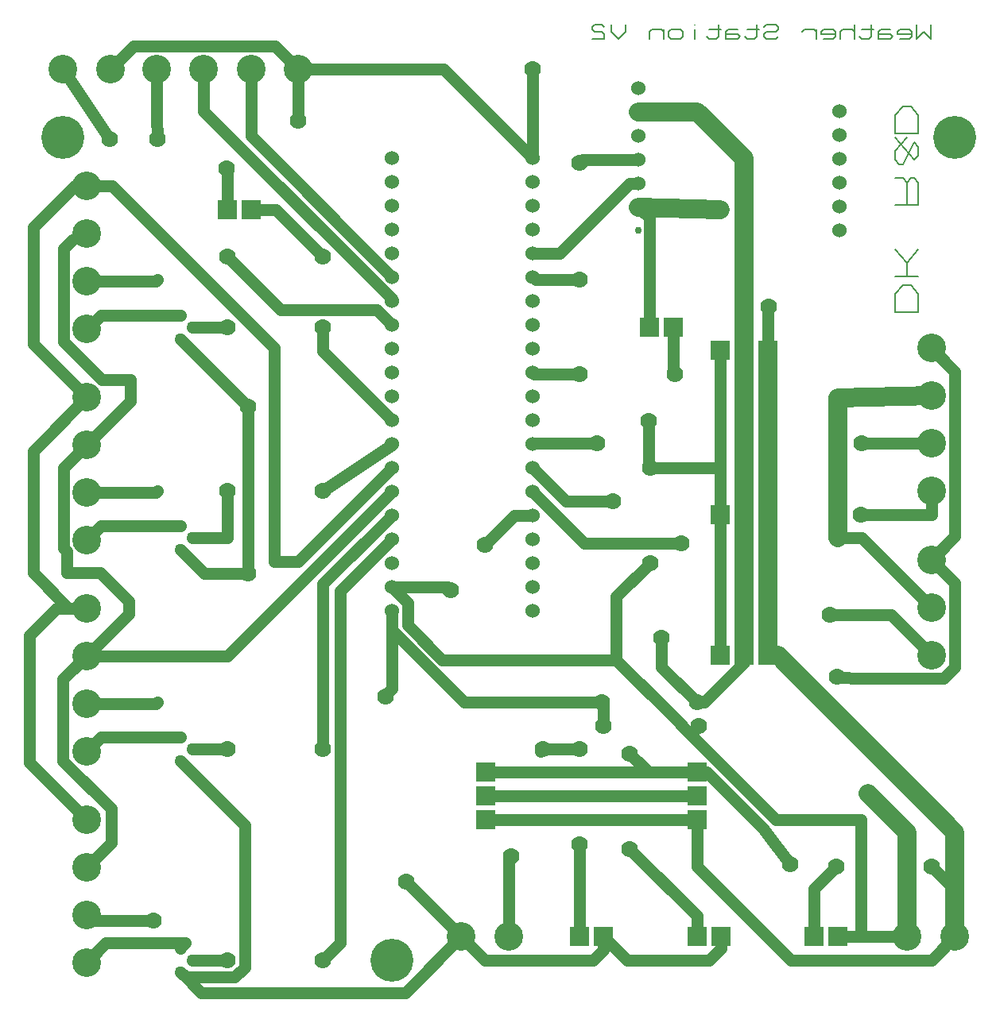
<source format=gbr>
G04 PROTEUS GERBER X2 FILE*
%TF.GenerationSoftware,Labcenter,Proteus,8.13-SP0-Build31525*%
%TF.CreationDate,2023-11-13T13:03:38+00:00*%
%TF.FileFunction,Copper,L2,Bot*%
%TF.FilePolarity,Positive*%
%TF.Part,Single*%
%TF.SameCoordinates,{d9887baf-ebf7-4e26-a593-32e53c83881c}*%
%FSLAX45Y45*%
%MOMM*%
G01*
%TA.AperFunction,Conductor*%
%ADD11C,2.032000*%
%ADD10C,1.270000*%
%TA.AperFunction,ViaPad*%
%ADD12C,0.762000*%
%ADD13C,1.778000*%
%TA.AperFunction,WasherPad*%
%ADD14C,1.524000*%
%TA.AperFunction,ComponentPad*%
%ADD15C,3.048000*%
%TA.AperFunction,ComponentPad*%
%ADD16C,1.270000*%
%TA.AperFunction,ComponentPad*%
%ADD17C,1.778000*%
%TA.AperFunction,ComponentPad*%
%ADD18R,2.032000X2.032000*%
%TA.AperFunction,OtherPad,Unknown*%
%ADD19C,4.572000*%
%TA.AperFunction,NonConductor*%
%ADD70C,0.203200*%
%TD.AperFunction*%
D11*
X-1992000Y+6480000D02*
X-1992000Y+4730000D01*
X-1992000Y+3230000D01*
X-2246000Y+3230000D02*
X-2246000Y+4730000D01*
D10*
X-2500000Y+4730000D02*
X-2500000Y+3230000D01*
X-2746000Y+1730000D02*
X-4996000Y+1730000D01*
X-2746000Y+1476000D02*
X-4996000Y+1476000D01*
X-9246000Y+5980000D02*
X-9810897Y+6544897D01*
X-9810897Y+7789991D01*
X-9370888Y+8230000D01*
X-9246000Y+8230000D01*
X-9246000Y+5472000D02*
X-8776787Y+5941213D01*
X-8776787Y+6164122D01*
X-9084667Y+6164122D01*
X-9492606Y+6572061D01*
X-9492606Y+7564969D01*
X-9398400Y+7659175D01*
X-9246000Y+7722000D01*
X-9246000Y+4456000D02*
X-9095000Y+4607000D01*
X-8246000Y+4607000D01*
X-9246000Y+2206000D02*
X-9095000Y+2357000D01*
X-8246000Y+2357000D01*
X-9246000Y-44000D02*
X-9040089Y+161911D01*
X-8198993Y+161911D01*
X-8246000Y+114904D01*
X-8246000Y+107000D01*
X-8119000Y-20000D02*
X-7746000Y-20000D01*
X-6730000Y-20000D02*
X-6548803Y+161197D01*
X-6548803Y+3915197D01*
X-5996000Y+4468000D01*
X-6730000Y+2230000D02*
X-6730000Y+3988000D01*
X-5996000Y+4722000D01*
X-8119000Y+2230000D02*
X-7746000Y+2230000D01*
X-9246000Y+3222000D02*
X-8797592Y+3670408D01*
X-8797592Y+3802039D01*
X-9104979Y+4109426D01*
X-9460904Y+4109426D01*
X-9460904Y+4335923D01*
X-9493261Y+4368280D01*
X-9493261Y+5224739D01*
X-9246000Y+5472000D01*
X-7746000Y+4980000D02*
X-7746000Y+4480000D01*
X-8119000Y+4480000D01*
X-6730000Y+4980000D02*
X-5996000Y+5471147D01*
X-5996000Y+5484000D01*
X-5996000Y+4976000D02*
X-7750000Y+3222000D01*
X-9246000Y+3222000D01*
X-5996000Y+5230000D02*
X-6996000Y+4230000D01*
X-7246000Y+4230000D01*
X-7246000Y+6505350D01*
X-8970650Y+8230000D01*
X-9246000Y+8230000D01*
X-6730000Y+6730000D02*
X-6730000Y+6472000D01*
X-5996000Y+5738000D01*
X-7746000Y+6730000D02*
X-8119000Y+6730000D01*
X-8246000Y+6857000D02*
X-9095000Y+6857000D01*
X-9246000Y+6706000D01*
D11*
X-2246000Y+5730000D02*
X-2246000Y+6480000D01*
X-2246000Y+4730000D02*
X-2246000Y+5730000D01*
D10*
X-3262000Y+5730000D02*
X-3262000Y+5246000D01*
X-3246000Y+5230000D01*
X-2500000Y+5230000D01*
X-2500000Y+4730000D01*
X-2500000Y+6480000D02*
X-2500000Y+5230000D01*
X-3246000Y+4214000D02*
X-3603499Y+3856501D01*
X-3603499Y+3180464D01*
X-5458890Y+3180464D01*
X-5826000Y+3547574D01*
X-5826000Y+3790000D01*
X-5996000Y+3960000D01*
X-2992000Y+2568965D02*
X-3603499Y+3180464D01*
X-2992000Y+2568965D02*
X-2824518Y+2401482D01*
X-2824517Y+2401482D01*
X-1903036Y+1480000D02*
X-1903035Y+1480000D01*
X-1903036Y+1480000D01*
X-3746000Y+2480000D02*
X-3746000Y+2714000D01*
X-3762000Y+2730000D01*
X-2746000Y+2730000D02*
X-2667771Y+2730000D01*
X-2246000Y+3151771D01*
X-2246000Y+3230000D01*
X-9246000Y+1480000D02*
X-9851176Y+2085176D01*
X-9851176Y+3445298D01*
X-9566474Y+3730000D01*
X-9437402Y+3730000D01*
X-9246000Y+3730000D01*
X-9246000Y+5980000D02*
X-9816828Y+5409172D01*
X-9816828Y+4109426D01*
X-9437402Y+3730000D01*
X-9246000Y+3222000D02*
X-9496000Y+2972000D01*
X-9496000Y+2103013D01*
X-8984446Y+1591459D01*
X-8984446Y+1233554D01*
X-9246000Y+972000D01*
X-246000Y+6504000D02*
X+4000Y+6254000D01*
X+4000Y+4496000D01*
X-246000Y+4246000D01*
X-6996000Y+9480000D02*
X-7241821Y+9725821D01*
X-8749159Y+9725821D01*
X-8994980Y+9480000D01*
X-2816518Y+2393482D02*
X-2808518Y+2401482D01*
X-2730000Y+2480000D01*
X-2808518Y+2401482D02*
X-2824517Y+2401482D01*
X-2824518Y+2401482D01*
X-2816518Y+2393482D01*
X-1903036Y+1480000D01*
X-1903035Y+1480000D01*
X-2824517Y+2401482D02*
X-2816518Y+2393482D01*
X-1903036Y+1480000D01*
X-742000Y+230000D02*
X-504000Y+230000D01*
X-2746000Y+1476000D02*
X-2746000Y+980000D01*
X-1746000Y-20000D01*
X-246000Y-20000D01*
X+4000Y+230000D01*
X-3742000Y+230000D02*
X-3492000Y-20000D01*
X-2618578Y-20000D01*
X-2492000Y+106578D01*
X-2492000Y+230000D01*
X-3742000Y+230000D02*
X-3742000Y+87620D01*
X-3849620Y-20000D01*
X-5004000Y-20000D01*
X-5254000Y+230000D01*
X-1262000Y+980000D02*
X-1500000Y+742000D01*
X-1500000Y+230000D01*
X-246000Y+980000D02*
X+4000Y+730000D01*
D11*
X+4000Y+230000D01*
X+4000Y+730000D02*
X+4000Y+1343692D01*
X-1882308Y+3230000D01*
X-1992000Y+3230000D01*
D10*
X-3458890Y+1164464D02*
X-2746000Y+451574D01*
X-2746000Y+230000D01*
X-3458890Y+2180464D02*
X-3262426Y+1984000D01*
X-2746000Y+1984000D01*
X-4996000Y+1984000D02*
X-3262426Y+1984000D01*
X-3996000Y+1214000D02*
X-3996000Y+230000D01*
D11*
X-3366000Y+9024000D02*
X-2740000Y+9024000D01*
X-2246000Y+8530000D01*
X-2246000Y+6480000D01*
D10*
X-7496380Y+9480000D02*
X-7496380Y+8762380D01*
X-5996000Y+7262000D01*
X-7996760Y+9480000D02*
X-7996760Y+9029404D01*
X-5996000Y+7028644D01*
X-5996000Y+7008000D01*
X-2996000Y+6730000D02*
X-2996000Y+6246000D01*
X-2980000Y+6230000D01*
X-3996000Y+6230000D02*
X-4480000Y+6230000D01*
X-4496000Y+6246000D01*
X-7496000Y+7980000D02*
X-7230000Y+7980000D01*
X-6730000Y+7480000D01*
X-7746000Y+7480000D02*
X-7181313Y+6915313D01*
X-6157313Y+6915313D01*
X-5996000Y+6754000D01*
X-9246000Y+7214000D02*
X-8512000Y+7214000D01*
X-8496000Y+7230000D01*
X-1992000Y+6480000D02*
X-1992000Y+6934370D01*
X-1977771Y+6948599D01*
X-8996000Y+8730000D02*
X-9495360Y+9480000D01*
X-8496000Y+8730000D02*
X-8497140Y+8981140D01*
X-8497140Y+9480000D01*
X-9246000Y+4964000D02*
X-8512000Y+4964000D01*
X-8496000Y+4980000D01*
X-9246000Y+2714000D02*
X-8512000Y+2714000D01*
X-8496000Y+2730000D01*
X-8534334Y+400625D02*
X-9182625Y+400625D01*
X-9246000Y+464000D01*
X-7559263Y+1416263D02*
X-8246000Y+2103000D01*
X-5996000Y+3706000D02*
X-5996000Y+3499496D01*
X-5996000Y+2873668D01*
X-6064086Y+2805582D01*
X-6064086Y+2787568D01*
X-3762000Y+2730000D02*
X-5226504Y+2730000D01*
X-5996000Y+3499496D01*
X-5254000Y+230000D02*
X-5844405Y+820405D01*
X-5996000Y+3960000D02*
X-5404652Y+3960000D01*
X-5365856Y+3921204D01*
X-5254000Y+230000D02*
X-5851345Y-367345D01*
X-8025655Y-367345D01*
X-8190213Y-202787D01*
X-8246000Y-147000D01*
X-8190213Y-202787D02*
X-7667349Y-202787D01*
X-7559263Y-94701D01*
X-7559263Y+1416263D01*
X-4746000Y+230000D02*
X-4746000Y+1063824D01*
X-4726000Y+1083824D01*
X-5006148Y+4408235D02*
X-4692383Y+4722000D01*
X-4496000Y+4722000D01*
X-4496000Y+4976000D02*
X-3946911Y+4426911D01*
X-2914383Y+4426911D01*
X-1326883Y+3661177D02*
X-677177Y+3661177D01*
X-246000Y+3230000D01*
X-3119824Y+3418383D02*
X-3119824Y+3103824D01*
X-2746000Y+2730000D01*
X-3810853Y+5491470D02*
X-4488530Y+5491470D01*
X-4496000Y+5484000D01*
X-4496000Y+7516000D02*
X-4210000Y+7516000D01*
X-3464000Y+8262000D01*
X-3366000Y+8262000D01*
D11*
X-3366000Y+8008000D02*
X-2496000Y+7980000D01*
D10*
X-3366000Y+8516000D02*
X-3960000Y+8516000D01*
X-3996000Y+8480000D01*
X-3996000Y+7230000D02*
X-4464000Y+7230000D01*
X-4496000Y+7262000D01*
X-3366000Y+8008000D02*
X-3250000Y+7892000D01*
X-3250000Y+6730000D02*
X-3250000Y+7892000D01*
X-8246000Y+4353000D02*
X-7995603Y+4102603D01*
X-7523235Y+4102603D01*
X-4729085Y+8765085D02*
X-4496000Y+8532000D01*
X-6996000Y+9480000D02*
X-5444000Y+9480000D01*
X-4729085Y+8765085D01*
X-4496000Y+5230000D02*
X-4141147Y+4875147D01*
X-3642765Y+4875147D01*
X-996000Y+4730000D02*
X-246000Y+4730000D01*
X-246000Y+4980000D01*
X-1903035Y+1480000D02*
X-996000Y+1480000D01*
X-1903036Y+1480000D02*
X-996000Y+1480000D01*
X-1246000Y+230000D02*
X-996000Y+230000D01*
X-996000Y+1480000D02*
X-996000Y+230000D01*
X-742000Y+230000D01*
D11*
X-504000Y+230000D02*
X-504000Y+1342548D01*
X-920197Y+1758745D01*
X-246000Y+5996000D02*
X-1246000Y+5974667D01*
X-1246000Y+4480000D01*
D10*
X-246000Y+3738000D02*
X-988000Y+4480000D01*
X-1246000Y+4480000D01*
X-7750000Y+7980000D02*
X-7750000Y+8410570D01*
X-7759282Y+8419852D01*
X-6995621Y+8926192D02*
X-6995621Y+9479621D01*
X-6996000Y+9480000D01*
X-7523235Y+4102603D02*
X-7523235Y+5880235D01*
X-8246000Y+6603000D01*
X-4496000Y+9480000D02*
X-4496000Y+8532000D01*
X-246000Y+5488000D02*
X-988000Y+5488000D01*
X-996000Y+5480000D01*
X-3996000Y+2230000D02*
X-4382912Y+2230000D01*
X-4408500Y+2204412D01*
X-2746000Y+1984000D02*
X-2637941Y+1984000D01*
X-2036589Y+1382648D01*
X-1750000Y+1000000D01*
X-1250000Y+3000000D02*
X-1075265Y+2980000D01*
X-121737Y+2980000D01*
X-853Y+3100884D01*
X-853Y+4000853D01*
X-246000Y+4246000D01*
D12*
X-3366000Y+7758000D03*
X-8496000Y+7230000D03*
X-8496000Y+4980000D03*
X-8496000Y+2730000D03*
X-5844405Y+792220D03*
X-4408500Y+2204412D03*
X-996000Y+5480000D03*
D13*
X-6995621Y+8926192D03*
X-7759282Y+8419852D03*
X-8496000Y+8730000D03*
X-8996000Y+8730000D03*
X-7523235Y+5880235D03*
X-4496000Y+9480000D03*
X-3996000Y+8480000D03*
X-3996000Y+7230000D03*
X-2496000Y+7980000D03*
X-1251638Y+5934430D03*
X-988000Y+5488000D03*
X-3810853Y+5491470D03*
X-7523235Y+4102603D03*
X-6064086Y+2787568D03*
X-5365856Y+3921204D03*
X-5006148Y+4408235D03*
X-4726000Y+1083824D03*
X-5844405Y+820405D03*
X-4382912Y+2230000D03*
X-8534334Y+400625D03*
X-920197Y+1758745D03*
X-1246000Y+4480000D03*
X-1326883Y+3661177D03*
X-2914383Y+4426911D03*
X-3642765Y+4875147D03*
X-1977771Y+6948599D03*
X-996000Y+4730000D03*
X-3119824Y+3418383D03*
X-1750000Y+1000000D03*
X-1250000Y+3000000D03*
D14*
X-3366000Y+9278000D03*
X-3366000Y+9024000D03*
X-3366000Y+8770000D03*
X-3366000Y+8516000D03*
X-3366000Y+8262000D03*
X-3366000Y+8008000D03*
X-5996000Y+3706000D03*
X-5996000Y+3960000D03*
X-5996000Y+4214000D03*
X-5996000Y+4468000D03*
X-5996000Y+4722000D03*
X-5996000Y+4976000D03*
X-5996000Y+5230000D03*
X-5996000Y+5484000D03*
X-5996000Y+5738000D03*
X-5996000Y+5992000D03*
X-5996000Y+6246000D03*
X-5996000Y+6500000D03*
X-5996000Y+6754000D03*
X-5996000Y+7008000D03*
X-5996000Y+7262000D03*
X-5996000Y+7516000D03*
X-5996000Y+7770000D03*
X-5996000Y+8024000D03*
X-5996000Y+8278000D03*
X-5996000Y+8532000D03*
X-4496000Y+3706000D03*
X-4496000Y+3960000D03*
X-4496000Y+4214000D03*
X-4496000Y+4468000D03*
X-4496000Y+4722000D03*
X-4496000Y+4976000D03*
X-4496000Y+5230000D03*
X-4496000Y+5484000D03*
X-4496000Y+5738000D03*
X-4496000Y+5992000D03*
X-4496000Y+6246000D03*
X-4496000Y+6500000D03*
X-4496000Y+6754000D03*
X-4496000Y+7008000D03*
X-4496000Y+7262000D03*
X-4496000Y+7516000D03*
X-4496000Y+7770000D03*
X-4496000Y+8024000D03*
X-4496000Y+8278000D03*
X-4496000Y+8532000D03*
X-1230000Y+9032000D03*
X-1230000Y+8778000D03*
X-1230000Y+8524000D03*
X-1230000Y+8270000D03*
X-1230000Y+8016000D03*
X-1230000Y+7762000D03*
D15*
X-9246000Y+8230000D03*
X-9246000Y+7722000D03*
X-9246000Y+7214000D03*
X-9246000Y+6706000D03*
X-6996000Y+9480000D03*
X-7496380Y+9480000D03*
X-7996760Y+9480000D03*
X-8497140Y+9480000D03*
X-8994980Y+9480000D03*
X-9495360Y+9480000D03*
D16*
X-8246000Y+6603000D03*
X-8119000Y+6730000D03*
X-8246000Y+6857000D03*
D17*
X-7746000Y+6730000D03*
X-6730000Y+6730000D03*
D15*
X-9246000Y+5980000D03*
X-9246000Y+5472000D03*
X-9246000Y+4964000D03*
X-9246000Y+4456000D03*
D17*
X-7746000Y+4980000D03*
X-6730000Y+4980000D03*
D16*
X-8246000Y+4353000D03*
X-8119000Y+4480000D03*
X-8246000Y+4607000D03*
D15*
X+4000Y+230000D03*
X-504000Y+230000D03*
D18*
X-2500000Y+6480000D03*
X-2246000Y+6480000D03*
X-1992000Y+6480000D03*
X-2500000Y+4730000D03*
X-2246000Y+4730000D03*
X-1992000Y+4730000D03*
X-2500000Y+3230000D03*
X-2246000Y+3230000D03*
X-1992000Y+3230000D03*
X-4996000Y+1476000D03*
X-4996000Y+1730000D03*
X-4996000Y+1984000D03*
X-2746000Y+1476000D03*
X-2746000Y+1730000D03*
X-2746000Y+1984000D03*
X-1500000Y+230000D03*
X-1246000Y+230000D03*
X-2746000Y+230000D03*
X-2492000Y+230000D03*
D17*
X-3458890Y+2180464D03*
X-3458890Y+1164464D03*
X-246000Y+980000D03*
X-1262000Y+980000D03*
D15*
X-9246000Y+3730000D03*
X-9246000Y+3222000D03*
X-9246000Y+2714000D03*
X-9246000Y+2206000D03*
D16*
X-8246000Y+2103000D03*
X-8119000Y+2230000D03*
X-8246000Y+2357000D03*
D17*
X-7746000Y+2230000D03*
X-6730000Y+2230000D03*
D15*
X-9246000Y+1480000D03*
X-9246000Y+972000D03*
X-9246000Y+464000D03*
X-9246000Y-44000D03*
D16*
X-8246000Y-147000D03*
X-8119000Y-20000D03*
X-8246000Y+107000D03*
D17*
X-7746000Y-20000D03*
X-6730000Y-20000D03*
X-2246000Y+5730000D03*
X-3262000Y+5730000D03*
X-3246000Y+5230000D03*
X-3246000Y+4214000D03*
X-2746000Y+2730000D03*
X-3762000Y+2730000D03*
X-3746000Y+2480000D03*
X-2730000Y+2480000D03*
D15*
X-4746000Y+230000D03*
X-5254000Y+230000D03*
X-246000Y+4980000D03*
X-246000Y+5488000D03*
X-246000Y+5996000D03*
X-246000Y+6504000D03*
X-246000Y+3230000D03*
X-246000Y+3738000D03*
X-246000Y+4246000D03*
D18*
X-3996000Y+230000D03*
X-3742000Y+230000D03*
D17*
X-3996000Y+2230000D03*
X-3996000Y+1214000D03*
D19*
X+0Y+8750000D03*
X-5996000Y-20000D03*
D18*
X-7496000Y+7980000D03*
X-7750000Y+7980000D03*
X-2996000Y+6730000D03*
X-3250000Y+6730000D03*
D17*
X-3996000Y+6230000D03*
X-2980000Y+6230000D03*
X-7746000Y+7480000D03*
X-6730000Y+7480000D03*
D19*
X-9500000Y+8750000D03*
D70*
X-631120Y+6890000D02*
X-387280Y+6890000D01*
X-387280Y+7080500D01*
X-468560Y+7175750D01*
X-549840Y+7175750D01*
X-631120Y+7080500D01*
X-631120Y+6890000D01*
X-387280Y+7271000D02*
X-631120Y+7271000D01*
X-387280Y+7556750D02*
X-509200Y+7413875D01*
X-631120Y+7556750D01*
X-509200Y+7271000D02*
X-509200Y+7413875D01*
X-631120Y+8033000D02*
X-387280Y+8033000D01*
X-387280Y+8271125D01*
X-427920Y+8318750D01*
X-468560Y+8318750D01*
X-509200Y+8271125D01*
X-509200Y+8033000D01*
X-509200Y+8271125D02*
X-549840Y+8318750D01*
X-631120Y+8318750D01*
X-631120Y+8747375D02*
X-427920Y+8509250D01*
X-387280Y+8556875D01*
X-387280Y+8652125D01*
X-427920Y+8699750D01*
X-549840Y+8461625D01*
X-590480Y+8461625D01*
X-631120Y+8509250D01*
X-631120Y+8604500D01*
X-509200Y+8747375D01*
X-631120Y+8795000D02*
X-387280Y+8795000D01*
X-387280Y+8985500D01*
X-468560Y+9080750D01*
X-549840Y+9080750D01*
X-631120Y+8985500D01*
X-631120Y+8795000D01*
X-250000Y+9949200D02*
X-250000Y+9796800D01*
X-326200Y+9873000D01*
X-402400Y+9796800D01*
X-402400Y+9949200D01*
X-453200Y+9847600D02*
X-605600Y+9847600D01*
X-605600Y+9873000D01*
X-580200Y+9898400D01*
X-478600Y+9898400D01*
X-453200Y+9873000D01*
X-453200Y+9822200D01*
X-478600Y+9796800D01*
X-580200Y+9796800D01*
X-681800Y+9898400D02*
X-783400Y+9898400D01*
X-808800Y+9873000D01*
X-808800Y+9796800D01*
X-681800Y+9796800D01*
X-656400Y+9822200D01*
X-681800Y+9847600D01*
X-808800Y+9847600D01*
X-885000Y+9949200D02*
X-885000Y+9822200D01*
X-910400Y+9796800D01*
X-986600Y+9796800D01*
X-1012000Y+9822200D01*
X-859600Y+9898400D02*
X-986600Y+9898400D01*
X-1215200Y+9796800D02*
X-1215200Y+9873000D01*
X-1189800Y+9898400D01*
X-1088200Y+9898400D01*
X-1062800Y+9873000D01*
X-1062800Y+9949200D02*
X-1062800Y+9796800D01*
X-1266000Y+9847600D02*
X-1418400Y+9847600D01*
X-1418400Y+9873000D01*
X-1393000Y+9898400D01*
X-1291400Y+9898400D01*
X-1266000Y+9873000D01*
X-1266000Y+9822200D01*
X-1291400Y+9796800D01*
X-1393000Y+9796800D01*
X-1469200Y+9796800D02*
X-1469200Y+9898400D01*
X-1469200Y+9873000D02*
X-1494600Y+9898400D01*
X-1596200Y+9898400D01*
X-1621600Y+9873000D01*
X-1875600Y+9822200D02*
X-1901000Y+9796800D01*
X-2002600Y+9796800D01*
X-2028000Y+9822200D01*
X-2028000Y+9847600D01*
X-2002600Y+9873000D01*
X-1901000Y+9873000D01*
X-1875600Y+9898400D01*
X-1875600Y+9923800D01*
X-1901000Y+9949200D01*
X-2002600Y+9949200D01*
X-2028000Y+9923800D01*
X-2104200Y+9949200D02*
X-2104200Y+9822200D01*
X-2129600Y+9796800D01*
X-2205800Y+9796800D01*
X-2231200Y+9822200D01*
X-2078800Y+9898400D02*
X-2205800Y+9898400D01*
X-2307400Y+9898400D02*
X-2409000Y+9898400D01*
X-2434400Y+9873000D01*
X-2434400Y+9796800D01*
X-2307400Y+9796800D01*
X-2282000Y+9822200D01*
X-2307400Y+9847600D01*
X-2434400Y+9847600D01*
X-2510600Y+9949200D02*
X-2510600Y+9822200D01*
X-2536000Y+9796800D01*
X-2612200Y+9796800D01*
X-2637600Y+9822200D01*
X-2485200Y+9898400D02*
X-2612200Y+9898400D01*
X-2764600Y+9898400D02*
X-2764600Y+9796800D01*
X-2764600Y+9949200D02*
X-2764600Y+9949200D01*
X-2891600Y+9873000D02*
X-2917000Y+9898400D01*
X-3018600Y+9898400D01*
X-3044000Y+9873000D01*
X-3044000Y+9822200D01*
X-3018600Y+9796800D01*
X-2917000Y+9796800D01*
X-2891600Y+9822200D01*
X-2891600Y+9873000D01*
X-3094800Y+9796800D02*
X-3094800Y+9898400D01*
X-3094800Y+9873000D02*
X-3120200Y+9898400D01*
X-3221800Y+9898400D01*
X-3247200Y+9873000D01*
X-3247200Y+9796800D01*
X-3501200Y+9949200D02*
X-3501200Y+9873000D01*
X-3577400Y+9796800D01*
X-3653600Y+9873000D01*
X-3653600Y+9949200D01*
X-3729800Y+9923800D02*
X-3755200Y+9949200D01*
X-3831400Y+9949200D01*
X-3856800Y+9923800D01*
X-3856800Y+9898400D01*
X-3831400Y+9873000D01*
X-3755200Y+9873000D01*
X-3729800Y+9847600D01*
X-3729800Y+9796800D01*
X-3856800Y+9796800D01*
M02*

</source>
